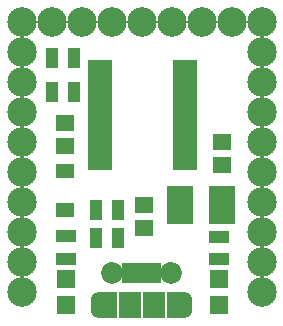
<source format=gbr>
G04 #@! TF.FileFunction,Soldermask,Top*
%FSLAX46Y46*%
G04 Gerber Fmt 4.6, Leading zero omitted, Abs format (unit mm)*
G04 Created by KiCad (PCBNEW 4.0.6) date 08/29/18 06:26:35*
%MOMM*%
%LPD*%
G01*
G04 APERTURE LIST*
%ADD10C,0.100000*%
%ADD11C,2.500000*%
%ADD12R,2.178000X3.194000*%
%ADD13R,1.650000X1.400000*%
%ADD14R,1.600000X1.600000*%
%ADD15R,1.600000X1.300000*%
%ADD16R,1.100000X1.700000*%
%ADD17R,1.700000X1.100000*%
%ADD18R,2.150000X0.850000*%
%ADD19R,1.900000X2.300000*%
%ADD20C,1.850000*%
%ADD21R,0.800000X1.750000*%
%ADD22O,1.600000X2.300000*%
%ADD23R,1.600000X2.300000*%
G04 APERTURE END LIST*
D10*
D11*
X161569400Y-67843400D03*
X161569400Y-70383400D03*
X161569400Y-72923400D03*
X161569400Y-75463400D03*
X161569400Y-78003400D03*
X161569400Y-80543400D03*
X161569400Y-83083400D03*
X161569400Y-85623400D03*
X161569400Y-88163400D03*
X161569400Y-65303400D03*
X159029400Y-65303400D03*
X156489400Y-65303400D03*
X153949400Y-65303400D03*
X151409400Y-65303400D03*
X148869400Y-65303400D03*
X146329400Y-65303400D03*
X143789400Y-65303400D03*
X141249400Y-65303400D03*
X141249400Y-67843400D03*
X141249400Y-70383400D03*
X141249400Y-72923400D03*
X141249400Y-75463400D03*
X141249400Y-78003400D03*
X141249400Y-80543400D03*
X141249400Y-83083400D03*
X141249400Y-85623400D03*
X141249400Y-88163400D03*
D12*
X158259000Y-80775000D03*
X154703000Y-80775000D03*
D13*
X158261000Y-77435000D03*
X158261000Y-75435000D03*
X144921000Y-75825000D03*
X144921000Y-73825000D03*
X151651000Y-82775000D03*
X151651000Y-80775000D03*
D14*
X144981000Y-89275000D03*
X144981000Y-87075000D03*
X157971000Y-89275000D03*
X157971000Y-87075000D03*
D15*
X144971000Y-81205000D03*
X144971000Y-77905000D03*
D16*
X143821000Y-68335000D03*
X145721000Y-68335000D03*
X143811000Y-71255000D03*
X145711000Y-71255000D03*
D17*
X144981000Y-83445000D03*
X144981000Y-85345000D03*
X157971000Y-83495000D03*
X157971000Y-85395000D03*
D16*
X149451000Y-81185000D03*
X147551000Y-81185000D03*
X147551000Y-83565000D03*
X149451000Y-83565000D03*
D18*
X147921000Y-68940000D03*
X147921000Y-69590000D03*
X147921000Y-70240000D03*
X147921000Y-70890000D03*
X147921000Y-71540000D03*
X147921000Y-72190000D03*
X147921000Y-72840000D03*
X147921000Y-73490000D03*
X147921000Y-74140000D03*
X147921000Y-74790000D03*
X147921000Y-75440000D03*
X147921000Y-76090000D03*
X147921000Y-76740000D03*
X147921000Y-77390000D03*
X155121000Y-77390000D03*
X155121000Y-76740000D03*
X155121000Y-76090000D03*
X155121000Y-75440000D03*
X155121000Y-74790000D03*
X155121000Y-74140000D03*
X155121000Y-73490000D03*
X155121000Y-72840000D03*
X155121000Y-72190000D03*
X155121000Y-71540000D03*
X155121000Y-70890000D03*
X155121000Y-70240000D03*
X155121000Y-69590000D03*
X155121000Y-68940000D03*
D19*
X152431000Y-89225000D03*
D20*
X148931000Y-86525000D03*
D21*
X150781000Y-86525000D03*
X150131000Y-86525000D03*
X152731000Y-86525000D03*
X152081000Y-86525000D03*
X151431000Y-86525000D03*
D20*
X153931000Y-86525000D03*
D19*
X150431000Y-89225000D03*
D22*
X147931000Y-89225000D03*
X154931000Y-89225000D03*
D23*
X154331000Y-89225000D03*
X148531000Y-89225000D03*
M02*

</source>
